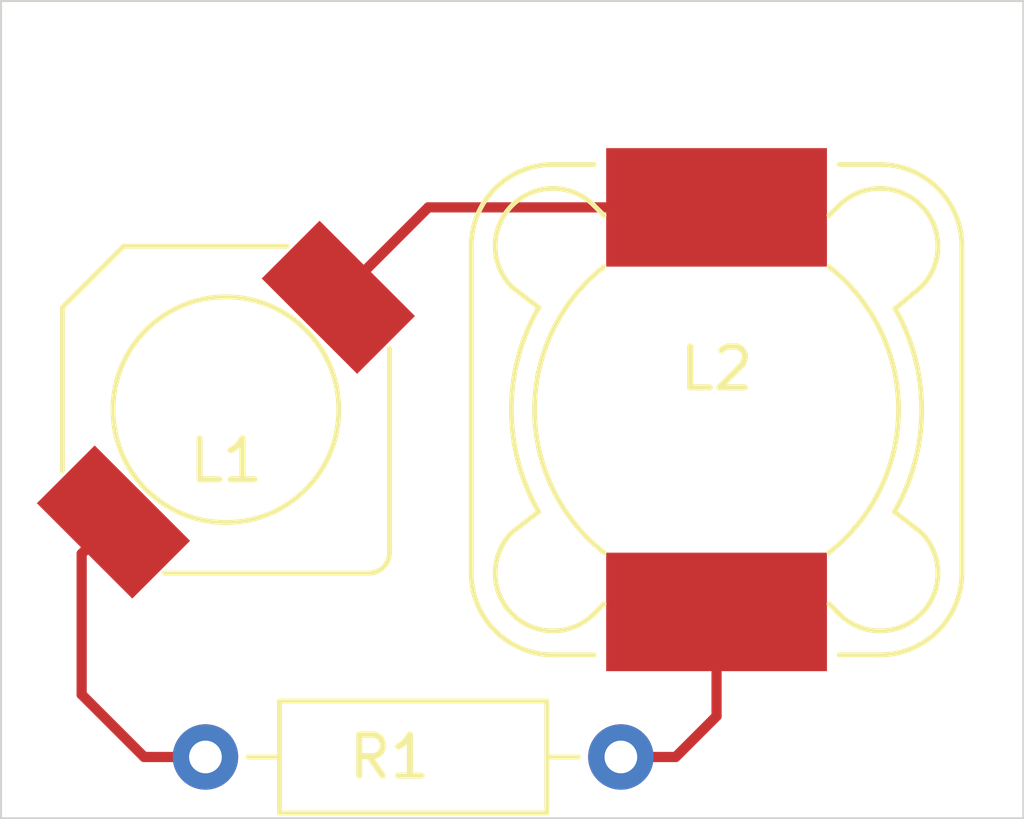
<source format=kicad_pcb>
(kicad_pcb (version 20171130) (host pcbnew 5.1.0-060a0da~80~ubuntu18.04.1)

  (general
    (thickness 1.6)
    (drawings 4)
    (tracks 9)
    (zones 0)
    (modules 3)
    (nets 4)
  )

  (page A4)
  (layers
    (0 F.Cu signal)
    (31 B.Cu signal)
    (32 B.Adhes user)
    (33 F.Adhes user)
    (34 B.Paste user)
    (35 F.Paste user)
    (36 B.SilkS user)
    (37 F.SilkS user)
    (38 B.Mask user)
    (39 F.Mask user)
    (40 Dwgs.User user)
    (41 Cmts.User user)
    (42 Eco1.User user)
    (43 Eco2.User user)
    (44 Edge.Cuts user)
    (45 Margin user)
    (46 B.CrtYd user)
    (47 F.CrtYd user)
    (48 B.Fab user)
    (49 F.Fab user)
  )

  (setup
    (last_trace_width 0.25)
    (trace_clearance 0.2)
    (zone_clearance 0.508)
    (zone_45_only no)
    (trace_min 0.2)
    (via_size 0.8)
    (via_drill 0.4)
    (via_min_size 0.4)
    (via_min_drill 0.3)
    (uvia_size 0.3)
    (uvia_drill 0.1)
    (uvias_allowed no)
    (uvia_min_size 0.2)
    (uvia_min_drill 0.1)
    (edge_width 0.05)
    (segment_width 0.2)
    (pcb_text_width 0.3)
    (pcb_text_size 1.5 1.5)
    (mod_edge_width 0.12)
    (mod_text_size 1 1)
    (mod_text_width 0.15)
    (pad_size 1.524 1.524)
    (pad_drill 0.762)
    (pad_to_mask_clearance 0.051)
    (solder_mask_min_width 0.25)
    (aux_axis_origin 0 0)
    (visible_elements FFFFFF7F)
    (pcbplotparams
      (layerselection 0x010fc_ffffffff)
      (usegerberextensions false)
      (usegerberattributes false)
      (usegerberadvancedattributes false)
      (creategerberjobfile false)
      (excludeedgelayer true)
      (linewidth 0.100000)
      (plotframeref false)
      (viasonmask false)
      (mode 1)
      (useauxorigin false)
      (hpglpennumber 1)
      (hpglpenspeed 20)
      (hpglpendiameter 15.000000)
      (psnegative false)
      (psa4output false)
      (plotreference true)
      (plotvalue true)
      (plotinvisibletext false)
      (padsonsilk false)
      (subtractmaskfromsilk false)
      (outputformat 1)
      (mirror false)
      (drillshape 1)
      (scaleselection 1)
      (outputdirectory ""))
  )

  (net 0 "")
  (net 1 "Net-(L1-Pad1)")
  (net 2 "Net-(L1-Pad2)")
  (net 3 "Net-(L2-Pad1)")

  (net_class Default "This is the default net class."
    (clearance 0.2)
    (trace_width 0.25)
    (via_dia 0.8)
    (via_drill 0.4)
    (uvia_dia 0.3)
    (uvia_drill 0.1)
    (add_net "Net-(L1-Pad1)")
    (add_net "Net-(L1-Pad2)")
    (add_net "Net-(L2-Pad1)")
  )

  (module kicon_kicad:inductor_1 (layer F.Cu) (tedit 5C8CA9C6) (tstamp 5C8C4178)
    (at 75.5 -65)
    (path /5C8BF1DD)
    (fp_text reference L1 (at 0 1.25) (layer F.SilkS)
      (effects (font (size 1 1) (thickness 0.15)))
    )
    (fp_text value INDUCTOR (at 0 -0.75) (layer F.Fab)
      (effects (font (size 1 1) (thickness 0.15)))
    )
    (fp_line (start -2.5 -4) (end 1.5 -4) (layer F.SilkS) (width 0.12))
    (fp_line (start 4 -1.5) (end 4 3.5) (layer F.SilkS) (width 0.12))
    (fp_line (start 3.5 4) (end -1.5 4) (layer F.SilkS) (width 0.12))
    (fp_line (start -4 1.5) (end -4 -2.5) (layer F.SilkS) (width 0.12))
    (fp_circle (center 0 0) (end -2.75 0.25) (layer F.SilkS) (width 0.12))
    (fp_line (start -4 -2.5) (end -2.5 -4) (layer F.SilkS) (width 0.12))
    (fp_arc (start 3.5 3.5) (end 3.5 4) (angle -90) (layer F.SilkS) (width 0.12))
    (pad 1 smd rect (at -2.75 2.75 45) (size 2 3.3) (layers F.Cu F.Paste F.Mask)
      (net 1 "Net-(L1-Pad1)"))
    (pad 2 smd rect (at 2.75 -2.75 45) (size 2 3.3) (layers F.Cu F.Paste F.Mask)
      (net 2 "Net-(L1-Pad2)"))
    (model ${KIPRJMOD}/3d_modules/inductor_01.wrl
      (at (xyz 0 0 0))
      (scale (xyz 1 1 1))
      (rotate (xyz 0 0 0))
    )
  )

  (module kicon_kicad:inductor_2 (layer F.Cu) (tedit 5C8CA9E4) (tstamp 5C8CF3BE)
    (at 87.5 -65 180)
    (path /5C8BF4F8)
    (fp_text reference L2 (at 0 1 180) (layer F.SilkS)
      (effects (font (size 1 1) (thickness 0.15)))
    )
    (fp_text value INDUCTOR (at 0 -1 180) (layer F.Fab)
      (effects (font (size 1 1) (thickness 0.15)))
    )
    (fp_line (start 4 6) (end 3 6) (layer F.SilkS) (width 0.12))
    (fp_line (start 4 -6) (end 3 -6) (layer F.SilkS) (width 0.12))
    (fp_arc (start 0 0) (end -4.349999 -2.499999) (angle -59.49097769) (layer F.SilkS) (width 0.12))
    (fp_arc (start 0 0) (end 4.349999 2.499999) (angle -59.77305388) (layer F.SilkS) (width 0.12))
    (fp_arc (start 0 0) (end -2.749999 -3.499999) (angle -103.6855468) (layer F.SilkS) (width 0.12))
    (fp_arc (start 0 0) (end 2.749999 3.499999) (angle -103.6855468) (layer F.SilkS) (width 0.12))
    (fp_line (start 5 3) (end 4.35 2.5) (layer F.SilkS) (width 0.12))
    (fp_line (start 3.000001 4.999999) (end 2.75 4.75) (layer F.SilkS) (width 0.12))
    (fp_line (start -4.999999 3.000001) (end -4.4 2.5) (layer F.SilkS) (width 0.12))
    (fp_line (start -3 5) (end -2.75 4.75) (layer F.SilkS) (width 0.12))
    (fp_line (start -5 -3) (end -4.35 -2.5) (layer F.SilkS) (width 0.12))
    (fp_line (start -3.000001 -4.999999) (end -2.75 -4.75) (layer F.SilkS) (width 0.12))
    (fp_line (start 4.999999 -3.000001) (end 4.35 -2.5) (layer F.SilkS) (width 0.12))
    (fp_line (start 3.000001 -4.999999) (end 2.75 -4.75) (layer F.SilkS) (width 0.12))
    (fp_arc (start 4 -4) (end 4.999999 -3.000001) (angle -180) (layer F.SilkS) (width 0.12))
    (fp_arc (start 4 4) (end 3.000001 4.999999) (angle -180) (layer F.SilkS) (width 0.12))
    (fp_arc (start -4 4) (end -4.999999 3.000001) (angle -180) (layer F.SilkS) (width 0.12))
    (fp_arc (start -4 -4) (end -3.000001 -4.999999) (angle -180) (layer F.SilkS) (width 0.12))
    (fp_arc (start 4 4) (end 4 6) (angle -90) (layer F.SilkS) (width 0.12))
    (fp_arc (start -4 4) (end -6 4) (angle -90) (layer F.SilkS) (width 0.12))
    (fp_arc (start -4 -4) (end -4 -6) (angle -90) (layer F.SilkS) (width 0.12))
    (fp_arc (start 4 -4) (end 6 -4) (angle -90) (layer F.SilkS) (width 0.12))
    (fp_line (start -6 4) (end -6 -4) (layer F.SilkS) (width 0.12))
    (fp_line (start -3 6) (end -4 6) (layer F.SilkS) (width 0.12))
    (fp_line (start 6 -4) (end 6 4) (layer F.SilkS) (width 0.12))
    (fp_line (start -4 -6) (end -3 -6) (layer F.SilkS) (width 0.12))
    (pad 2 smd rect (at 0 4.95 180) (size 5.4 2.9) (layers F.Cu F.Paste F.Mask)
      (net 2 "Net-(L1-Pad2)"))
    (pad 1 smd rect (at 0 -4.95 180) (size 5.4 2.9) (layers F.Cu F.Paste F.Mask)
      (net 3 "Net-(L2-Pad1)"))
    (model ${KIPRJMOD}/3d_modules/inductor_02.wrl
      (at (xyz 0 0 0))
      (scale (xyz 1 1 1))
      (rotate (xyz 0 0 0))
    )
  )

  (module kicon_kicad:R_Axial_DIN0207_L6.3mm_D2.5mm_P10.16mm_Horizontal (layer F.Cu) (tedit 5C8CAE7A) (tstamp 5C8D0EFD)
    (at 75 -56.5)
    (descr "Resistor, Axial_DIN0207 series, Axial, Horizontal, pin pitch=10.16mm, 0.25W = 1/4W, length*diameter=6.3*2.5mm^2, http://cdn-reichelt.de/documents/datenblatt/B400/1_4W%23YAG.pdf")
    (tags "Resistor Axial_DIN0207 series Axial Horizontal pin pitch 10.16mm 0.25W = 1/4W length 6.3mm diameter 2.5mm")
    (path /5C8CBC75)
    (fp_text reference R1 (at 4.5 0) (layer F.SilkS)
      (effects (font (size 1 1) (thickness 0.15)))
    )
    (fp_text value R (at 3 0) (layer F.Fab)
      (effects (font (size 1 1) (thickness 0.15)))
    )
    (fp_line (start 1.93 -1.25) (end 1.93 1.25) (layer F.Fab) (width 0.1))
    (fp_line (start 1.93 1.25) (end 8.23 1.25) (layer F.Fab) (width 0.1))
    (fp_line (start 8.23 1.25) (end 8.23 -1.25) (layer F.Fab) (width 0.1))
    (fp_line (start 8.23 -1.25) (end 1.93 -1.25) (layer F.Fab) (width 0.1))
    (fp_line (start 0 0) (end 1.93 0) (layer F.Fab) (width 0.1))
    (fp_line (start 10.16 0) (end 8.23 0) (layer F.Fab) (width 0.1))
    (fp_line (start 1.81 -1.37) (end 1.81 1.37) (layer F.SilkS) (width 0.12))
    (fp_line (start 1.81 1.37) (end 8.35 1.37) (layer F.SilkS) (width 0.12))
    (fp_line (start 8.35 1.37) (end 8.35 -1.37) (layer F.SilkS) (width 0.12))
    (fp_line (start 8.35 -1.37) (end 1.81 -1.37) (layer F.SilkS) (width 0.12))
    (fp_line (start 1.04 0) (end 1.81 0) (layer F.SilkS) (width 0.12))
    (fp_line (start 9.12 0) (end 8.35 0) (layer F.SilkS) (width 0.12))
    (fp_line (start -1.05 -1.5) (end -1.05 1.5) (layer F.CrtYd) (width 0.05))
    (fp_line (start -1.05 1.5) (end 11.21 1.5) (layer F.CrtYd) (width 0.05))
    (fp_line (start 11.21 1.5) (end 11.21 -1.5) (layer F.CrtYd) (width 0.05))
    (fp_line (start 11.21 -1.5) (end -1.05 -1.5) (layer F.CrtYd) (width 0.05))
    (fp_text user %R (at 7 0) (layer F.Fab)
      (effects (font (size 1 1) (thickness 0.15)))
    )
    (pad 1 thru_hole circle (at 0 0) (size 1.6 1.6) (drill 0.8) (layers *.Cu *.Mask)
      (net 1 "Net-(L1-Pad1)"))
    (pad 2 thru_hole oval (at 10.16 0) (size 1.6 1.6) (drill 0.8) (layers *.Cu *.Mask)
      (net 3 "Net-(L2-Pad1)"))
    (model ${KIPRJMOD}/3d_modules/resistor_01.wrl
      (at (xyz 0 0 0))
      (scale (xyz 1 1 1))
      (rotate (xyz 0 0 0))
    )
  )

  (gr_line (start 70 -55) (end 70 -75) (layer Edge.Cuts) (width 0.05) (tstamp 5C8C415A))
  (gr_line (start 95 -55) (end 70 -55) (layer Edge.Cuts) (width 0.05))
  (gr_line (start 95 -75) (end 95 -55) (layer Edge.Cuts) (width 0.05))
  (gr_line (start 70 -75) (end 95 -75) (layer Edge.Cuts) (width 0.05))

  (segment (start 73.5 -56.5) (end 75 -56.5) (width 0.25) (layer F.Cu) (net 1))
  (segment (start 71.972183 -58.027817) (end 73.5 -56.5) (width 0.25) (layer F.Cu) (net 1))
  (segment (start 72.75 -62.25) (end 71.972183 -61.472183) (width 0.25) (layer F.Cu) (net 1))
  (segment (start 71.972183 -61.472183) (end 71.972183 -58.027817) (width 0.25) (layer F.Cu) (net 1))
  (segment (start 80.45 -69.95) (end 78.25 -67.75) (width 0.25) (layer F.Cu) (net 2))
  (segment (start 87.5 -69.95) (end 80.45 -69.95) (width 0.25) (layer F.Cu) (net 2))
  (segment (start 85.16 -56.5) (end 86.5 -56.5) (width 0.25) (layer F.Cu) (net 3))
  (segment (start 87.5 -57.5) (end 87.5 -60.05) (width 0.25) (layer F.Cu) (net 3))
  (segment (start 86.5 -56.5) (end 87.5 -57.5) (width 0.25) (layer F.Cu) (net 3))

)

</source>
